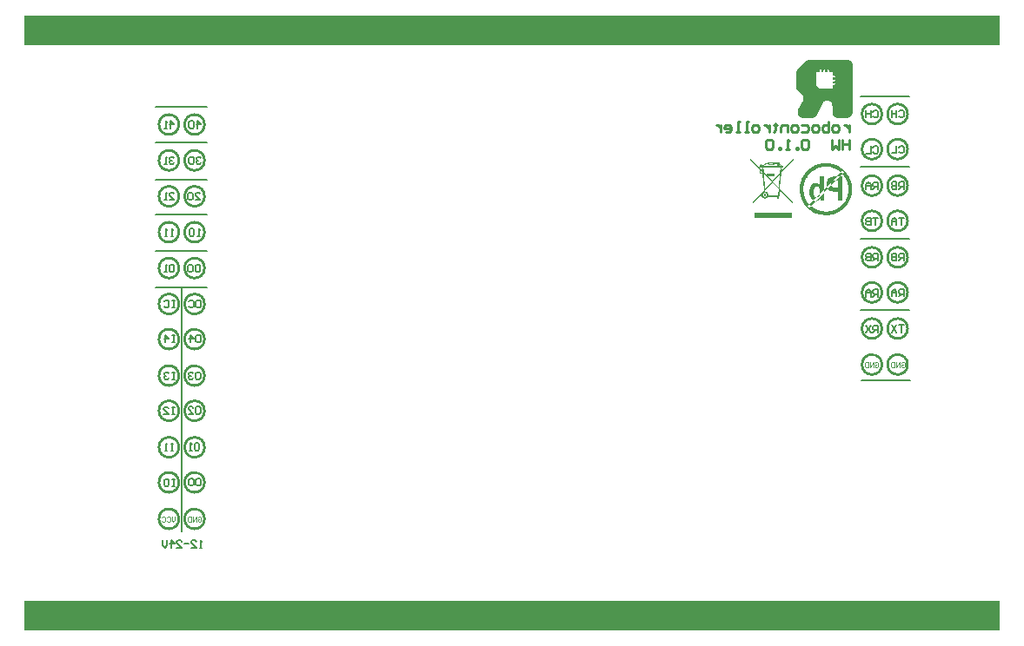
<source format=gbo>
G04*
G04 #@! TF.GenerationSoftware,Altium Limited,Altium Designer,23.1.1 (15)*
G04*
G04 Layer_Color=32896*
%FSLAX25Y25*%
%MOIN*%
G70*
G04*
G04 #@! TF.SameCoordinates,AB512107-65A1-42F9-B056-318A3DCE2635*
G04*
G04*
G04 #@! TF.FilePolarity,Positive*
G04*
G01*
G75*
%ADD10C,0.01000*%
%ADD20C,0.00709*%
%ADD21R,3.74016X0.11811*%
%ADD124C,0.00100*%
%ADD125C,0.00472*%
G36*
X294951Y-55466D02*
X290235Y-60555D01*
X289772Y-66569D01*
X294796Y-71709D01*
X294514Y-71966D01*
X289721Y-67070D01*
X289631Y-68188D01*
X289618Y-68355D01*
X289592Y-68509D01*
Y-68650D01*
X289579Y-68779D01*
X289567Y-68882D01*
Y-68959D01*
Y-69010D01*
Y-69023D01*
Y-69152D01*
X289554Y-69241D01*
Y-69318D01*
X289541Y-69370D01*
Y-69396D01*
X289528Y-69421D01*
Y-69434D01*
X289515Y-69524D01*
X289490Y-69588D01*
X289464Y-69627D01*
X289451Y-69640D01*
X289400Y-69665D01*
X289374Y-69678D01*
X289348Y-69691D01*
Y-70334D01*
X288526D01*
Y-69691D01*
X285146D01*
X285069Y-69807D01*
X284992Y-69910D01*
X284902Y-70000D01*
X284799Y-70064D01*
X284607Y-70192D01*
X284414Y-70269D01*
X284234Y-70308D01*
X284092Y-70334D01*
X284041Y-70346D01*
X283964D01*
X283758Y-70334D01*
X283578Y-70282D01*
X283424Y-70218D01*
X283283Y-70154D01*
X283167Y-70077D01*
X283077Y-70025D01*
X283026Y-69974D01*
X283013Y-69961D01*
X282872Y-69807D01*
X282769Y-69640D01*
X282705Y-69486D01*
X282653Y-69331D01*
X282628Y-69190D01*
X282602Y-69087D01*
Y-69010D01*
Y-68984D01*
Y-68830D01*
X279646Y-72030D01*
X279325Y-71760D01*
X283668Y-67070D01*
X283077Y-60863D01*
X281946D01*
Y-59206D01*
X281998D01*
X278387Y-55518D01*
Y-54927D01*
X282589Y-59206D01*
X282936D01*
X282872Y-58396D01*
X282769Y-58460D01*
X282666Y-58486D01*
X282589Y-58499D01*
X282563D01*
X282461Y-58486D01*
X282371Y-58473D01*
X282294Y-58435D01*
X282229Y-58396D01*
X282178Y-58370D01*
X282126Y-58332D01*
X282114Y-58319D01*
X282101Y-58306D01*
X282036Y-58229D01*
X281985Y-58152D01*
X281959Y-58075D01*
X281934Y-58011D01*
X281921Y-57946D01*
X281908Y-57895D01*
Y-57869D01*
Y-57856D01*
X281921Y-57766D01*
X281934Y-57676D01*
X282011Y-57535D01*
X282049Y-57484D01*
X282075Y-57445D01*
X282101Y-57432D01*
X282114Y-57419D01*
X282191Y-57355D01*
X282268Y-57304D01*
X282345Y-57278D01*
X282409Y-57252D01*
X282473Y-57240D01*
X282525Y-57227D01*
X282563D01*
X282679Y-57240D01*
X282782Y-57278D01*
X282872Y-57329D01*
X282936Y-57381D01*
X283000Y-57432D01*
X283039Y-57471D01*
X283065Y-57497D01*
X283077Y-57509D01*
X283167Y-57407D01*
X283270Y-57317D01*
X283501Y-57150D01*
X283604Y-57085D01*
X283694Y-57034D01*
X283746Y-56995D01*
X283771Y-56982D01*
X283964Y-56893D01*
X284195Y-56803D01*
X284439Y-56738D01*
X284684Y-56687D01*
X284902Y-56648D01*
X284992Y-56636D01*
X285069Y-56623D01*
X285146Y-56610D01*
X285198Y-56597D01*
X285236D01*
Y-56379D01*
X287511D01*
Y-56520D01*
X287768Y-56546D01*
X287883Y-56559D01*
X287986Y-56571D01*
X288076Y-56584D01*
X288140D01*
X288179Y-56597D01*
X288192D01*
X288410Y-56623D01*
X288500Y-56648D01*
X288590Y-56661D01*
X288654Y-56674D01*
X288706D01*
X288744Y-56687D01*
X288757D01*
Y-56623D01*
X289605D01*
Y-56944D01*
X289811Y-57060D01*
X289978Y-57175D01*
X290119Y-57278D01*
X290222Y-57368D01*
X290286Y-57445D01*
X290338Y-57509D01*
X290363Y-57548D01*
X290376Y-57561D01*
X290428Y-57664D01*
X290479Y-57741D01*
X290505Y-57805D01*
X290530Y-57844D01*
X290556Y-57869D01*
Y-57895D01*
X290569Y-57908D01*
X291057D01*
Y-58422D01*
X290428D01*
X290286Y-59861D01*
X294951Y-54811D01*
Y-55466D01*
D02*
G37*
G36*
X294373Y-77799D02*
X279865D01*
Y-75641D01*
X294373D01*
Y-77799D01*
D02*
G37*
G36*
X307723Y-56663D02*
X308098Y-56678D01*
X308817Y-56768D01*
X309162Y-56828D01*
X309477Y-56903D01*
X309792Y-56978D01*
X310062Y-57038D01*
X310316Y-57113D01*
X310556Y-57188D01*
X310751Y-57263D01*
X310931Y-57323D01*
X311066Y-57368D01*
X311156Y-57413D01*
X311231Y-57428D01*
X311246Y-57443D01*
X311905Y-57758D01*
X312220Y-57938D01*
X312520Y-58117D01*
X312805Y-58297D01*
X313060Y-58477D01*
X313314Y-58657D01*
X313539Y-58822D01*
X313734Y-58987D01*
X313914Y-59137D01*
X314079Y-59272D01*
X314214Y-59392D01*
X314319Y-59482D01*
X314394Y-59557D01*
X314439Y-59601D01*
X314454Y-59616D01*
X314948Y-60141D01*
X315158Y-60411D01*
X315368Y-60696D01*
X315563Y-60966D01*
X315743Y-61220D01*
X315908Y-61475D01*
X316043Y-61730D01*
X316178Y-61955D01*
X316297Y-62165D01*
X316387Y-62345D01*
X316462Y-62494D01*
X316537Y-62629D01*
X316582Y-62734D01*
X316597Y-62794D01*
X316612Y-62809D01*
X316747Y-63154D01*
X316867Y-63499D01*
X316972Y-63844D01*
X317062Y-64188D01*
X317197Y-64833D01*
X317257Y-65148D01*
X317287Y-65433D01*
X317332Y-65702D01*
X317347Y-65957D01*
X317362Y-66167D01*
X317377Y-66347D01*
X317392Y-66497D01*
Y-66617D01*
Y-66677D01*
Y-66707D01*
X317377Y-67081D01*
X317362Y-67456D01*
X317272Y-68176D01*
X317212Y-68520D01*
X317152Y-68835D01*
X317077Y-69135D01*
X317002Y-69420D01*
X316927Y-69675D01*
X316852Y-69900D01*
X316792Y-70094D01*
X316732Y-70274D01*
X316687Y-70409D01*
X316642Y-70499D01*
X316627Y-70574D01*
X316612Y-70589D01*
X316297Y-71249D01*
X316118Y-71564D01*
X315953Y-71863D01*
X315773Y-72148D01*
X315593Y-72418D01*
X315413Y-72658D01*
X315233Y-72883D01*
X315083Y-73092D01*
X314933Y-73272D01*
X314798Y-73437D01*
X314679Y-73572D01*
X314589Y-73677D01*
X314514Y-73752D01*
X314469Y-73797D01*
X314454Y-73812D01*
X313914Y-74307D01*
X313644Y-74516D01*
X313374Y-74726D01*
X313105Y-74921D01*
X312835Y-75101D01*
X312580Y-75266D01*
X312340Y-75401D01*
X312115Y-75536D01*
X311905Y-75656D01*
X311725Y-75746D01*
X311561Y-75821D01*
X311441Y-75896D01*
X311336Y-75941D01*
X311276Y-75955D01*
X311261Y-75971D01*
X310916Y-76105D01*
X310571Y-76225D01*
X310226Y-76330D01*
X309882Y-76405D01*
X309222Y-76555D01*
X308907Y-76600D01*
X308623Y-76645D01*
X308353Y-76675D01*
X308098Y-76690D01*
X307888Y-76705D01*
X307708Y-76720D01*
X307558Y-76735D01*
X307348D01*
X306959Y-76720D01*
X306584Y-76705D01*
X305879Y-76615D01*
X305535Y-76555D01*
X305205Y-76495D01*
X304905Y-76420D01*
X304635Y-76345D01*
X304365Y-76285D01*
X304140Y-76210D01*
X303946Y-76150D01*
X303766Y-76090D01*
X303631Y-76046D01*
X303541Y-76000D01*
X303466Y-75985D01*
X303451Y-75971D01*
X302777Y-75656D01*
X302462Y-75476D01*
X302162Y-75311D01*
X301877Y-75131D01*
X301622Y-74951D01*
X301367Y-74771D01*
X301143Y-74591D01*
X300948Y-74441D01*
X300768Y-74292D01*
X300618Y-74157D01*
X300483Y-74037D01*
X300378Y-73947D01*
X300303Y-73872D01*
X300258Y-73827D01*
X300243Y-73812D01*
X299763Y-73272D01*
X299329Y-72718D01*
X299134Y-72448D01*
X298954Y-72178D01*
X298804Y-71923D01*
X298654Y-71683D01*
X298519Y-71459D01*
X298414Y-71249D01*
X298309Y-71069D01*
X298235Y-70904D01*
X298160Y-70784D01*
X298115Y-70679D01*
X298100Y-70619D01*
X298085Y-70604D01*
X297950Y-70259D01*
X297815Y-69915D01*
X297710Y-69570D01*
X297620Y-69225D01*
X297485Y-68565D01*
X297425Y-68266D01*
X297395Y-67966D01*
X297350Y-67696D01*
X297335Y-67456D01*
X297320Y-67246D01*
X297305Y-67052D01*
X297290Y-66917D01*
Y-66797D01*
Y-66737D01*
Y-66707D01*
X297305Y-66317D01*
X297320Y-65942D01*
X297365Y-65567D01*
X297410Y-65223D01*
X297470Y-64878D01*
X297545Y-64563D01*
X297620Y-64248D01*
X297680Y-63978D01*
X297755Y-63724D01*
X297830Y-63499D01*
X297905Y-63289D01*
X297965Y-63124D01*
X298010Y-62989D01*
X298055Y-62884D01*
X298070Y-62824D01*
X298085Y-62809D01*
X298399Y-62150D01*
X298579Y-61835D01*
X298759Y-61535D01*
X298939Y-61265D01*
X299119Y-60996D01*
X299299Y-60756D01*
X299464Y-60531D01*
X299628Y-60321D01*
X299763Y-60141D01*
X299898Y-59991D01*
X300018Y-59856D01*
X300108Y-59751D01*
X300183Y-59676D01*
X300228Y-59631D01*
X300243Y-59616D01*
X300768Y-59122D01*
X301307Y-58687D01*
X301577Y-58507D01*
X301847Y-58327D01*
X302102Y-58162D01*
X302342Y-58012D01*
X302567Y-57878D01*
X302777Y-57773D01*
X302971Y-57668D01*
X303121Y-57593D01*
X303256Y-57518D01*
X303361Y-57473D01*
X303421Y-57458D01*
X303436Y-57443D01*
X303781Y-57308D01*
X304126Y-57173D01*
X304470Y-57068D01*
X304815Y-56978D01*
X305475Y-56843D01*
X305789Y-56783D01*
X306074Y-56753D01*
X306344Y-56708D01*
X306599Y-56693D01*
X306809Y-56678D01*
X306989Y-56663D01*
X307138Y-56648D01*
X307348D01*
X307723Y-56663D01*
D02*
G37*
%LPC*%
G36*
X287087Y-56751D02*
X285634D01*
Y-57111D01*
X287087D01*
Y-56751D01*
D02*
G37*
G36*
X287639Y-56995D02*
X287511D01*
Y-57458D01*
X285236D01*
Y-57034D01*
X285018Y-57073D01*
X284825Y-57111D01*
X284658Y-57150D01*
X284517Y-57188D01*
X284414Y-57214D01*
X284324Y-57240D01*
X284272Y-57265D01*
X284260D01*
X284118Y-57317D01*
X284003Y-57355D01*
X283913Y-57407D01*
X283823Y-57445D01*
X283758Y-57471D01*
X283720Y-57497D01*
X283694Y-57522D01*
X283681D01*
X283604Y-57574D01*
X283553Y-57612D01*
X283463Y-57689D01*
X283424Y-57741D01*
X283412Y-57753D01*
X283360Y-57818D01*
X283334Y-57869D01*
X283309Y-57895D01*
Y-57908D01*
X288757D01*
Y-57162D01*
X288564Y-57111D01*
X288359Y-57073D01*
X288153Y-57047D01*
X287948Y-57021D01*
X287780Y-57008D01*
X287639Y-56995D01*
D02*
G37*
G36*
X289618Y-57458D02*
X289605D01*
Y-57908D01*
X290055D01*
X290042Y-57856D01*
X290003Y-57792D01*
X289978Y-57753D01*
X289965Y-57728D01*
X289914Y-57676D01*
X289862Y-57625D01*
X289746Y-57548D01*
X289695Y-57509D01*
X289644Y-57484D01*
X289618Y-57458D01*
D02*
G37*
G36*
X282371Y-59578D02*
Y-60491D01*
X283026D01*
Y-60259D01*
X282371Y-59578D01*
D02*
G37*
G36*
X289978Y-58422D02*
X283283D01*
X283334Y-59206D01*
X283566D01*
Y-60234D01*
X284722Y-61377D01*
Y-60838D01*
X287562D01*
Y-61788D01*
X285069D01*
X286855Y-63613D01*
X289811Y-60401D01*
X289978Y-58422D01*
D02*
G37*
G36*
X289772Y-61082D02*
X287138Y-63896D01*
X289348Y-66132D01*
X289772Y-61082D01*
D02*
G37*
G36*
X283566Y-60799D02*
Y-60863D01*
X283527D01*
X284015Y-66671D01*
X286598Y-63896D01*
X283566Y-60799D01*
D02*
G37*
G36*
X286881Y-64179D02*
X284067Y-67224D01*
X284105Y-67648D01*
X284298Y-67687D01*
X284478Y-67738D01*
X284632Y-67802D01*
X284761Y-67879D01*
X284863Y-67956D01*
X284941Y-68008D01*
X284992Y-68059D01*
X285005Y-68072D01*
X285121Y-68213D01*
X285210Y-68368D01*
X285262Y-68522D01*
X285313Y-68663D01*
X285339Y-68792D01*
X285352Y-68894D01*
Y-68959D01*
Y-68972D01*
Y-68984D01*
X285339Y-69061D01*
Y-69087D01*
Y-69100D01*
X285326Y-69164D01*
Y-69190D01*
Y-69203D01*
X289091D01*
X289271Y-66671D01*
X286881Y-64179D01*
D02*
G37*
G36*
X284015Y-68239D02*
X283964D01*
X283861Y-68252D01*
X283758Y-68278D01*
X283681Y-68316D01*
X283604Y-68355D01*
X283540Y-68393D01*
X283501Y-68432D01*
X283476Y-68458D01*
X283463Y-68470D01*
X283386Y-68560D01*
X283334Y-68638D01*
X283296Y-68727D01*
X283270Y-68805D01*
X283257Y-68882D01*
X283244Y-68933D01*
Y-68972D01*
Y-68984D01*
X283257Y-69100D01*
X283283Y-69203D01*
X283309Y-69293D01*
X283347Y-69370D01*
X283399Y-69434D01*
X283424Y-69486D01*
X283450Y-69511D01*
X283463Y-69524D01*
X283540Y-69601D01*
X283630Y-69653D01*
X283707Y-69691D01*
X283784Y-69717D01*
X283861Y-69730D01*
X283913Y-69743D01*
X283964D01*
X284080Y-69730D01*
X284183Y-69704D01*
X284272Y-69678D01*
X284349Y-69627D01*
X284414Y-69588D01*
X284465Y-69563D01*
X284491Y-69537D01*
X284504Y-69524D01*
X284581Y-69434D01*
X284632Y-69344D01*
X284671Y-69254D01*
X284697Y-69164D01*
X284709Y-69100D01*
X284722Y-69036D01*
Y-68997D01*
Y-68984D01*
X284709Y-68882D01*
X284684Y-68779D01*
X284645Y-68689D01*
X284607Y-68612D01*
X284568Y-68560D01*
X284529Y-68509D01*
X284504Y-68483D01*
X284491Y-68470D01*
X284401Y-68393D01*
X284311Y-68342D01*
X284221Y-68291D01*
X284131Y-68265D01*
X284067Y-68252D01*
X284015Y-68239D01*
D02*
G37*
%LPD*%
G36*
X284105Y-68573D02*
X284208Y-68612D01*
X284285Y-68650D01*
X284298Y-68676D01*
X284311D01*
X284362Y-68727D01*
X284401Y-68779D01*
X284439Y-68882D01*
X284465Y-68959D01*
Y-68972D01*
Y-68984D01*
X284452Y-69049D01*
X284439Y-69126D01*
X284388Y-69229D01*
X284337Y-69306D01*
X284311Y-69318D01*
Y-69331D01*
X284247Y-69383D01*
X284195Y-69421D01*
X284080Y-69460D01*
X283990Y-69486D01*
X283964D01*
X283823Y-69447D01*
X283707Y-69383D01*
X283630Y-69306D01*
X283578Y-69216D01*
X283553Y-69126D01*
X283527Y-69049D01*
Y-68997D01*
Y-68984D01*
X283553Y-68856D01*
X283591Y-68766D01*
X283630Y-68702D01*
X283656Y-68676D01*
X283758Y-68599D01*
X283861Y-68560D01*
X283938Y-68547D01*
X283964D01*
X284105Y-68573D01*
D02*
G37*
%LPC*%
G36*
X307528Y-58073D02*
X307019D01*
X306689Y-58102D01*
X306074Y-58177D01*
X305774Y-58237D01*
X305490Y-58297D01*
X305235Y-58357D01*
X304995Y-58417D01*
X304770Y-58477D01*
X304575Y-58537D01*
X304395Y-58597D01*
X304245Y-58657D01*
X304140Y-58702D01*
X304051Y-58732D01*
X303991Y-58747D01*
X303976Y-58762D01*
X303406Y-59032D01*
X302881Y-59332D01*
X302642Y-59482D01*
X302417Y-59646D01*
X302207Y-59796D01*
X302012Y-59931D01*
X301847Y-60066D01*
X301697Y-60201D01*
X301562Y-60321D01*
X301442Y-60411D01*
X301367Y-60486D01*
X301292Y-60561D01*
X301262Y-60591D01*
X301248Y-60606D01*
X300843Y-61055D01*
X300468Y-61520D01*
X300153Y-61985D01*
X299898Y-62420D01*
X299779Y-62614D01*
X299689Y-62794D01*
X299599Y-62944D01*
X299524Y-63079D01*
X299479Y-63199D01*
X299434Y-63274D01*
X299419Y-63334D01*
X299404Y-63349D01*
X299284Y-63649D01*
X299179Y-63949D01*
X298999Y-64533D01*
X298879Y-65103D01*
X298834Y-65373D01*
X298804Y-65612D01*
X298774Y-65852D01*
X298744Y-66062D01*
X298729Y-66242D01*
Y-66407D01*
X298714Y-66527D01*
Y-66632D01*
Y-66692D01*
Y-66707D01*
Y-67036D01*
X298744Y-67351D01*
X298819Y-67981D01*
X298879Y-68266D01*
X298939Y-68550D01*
X298999Y-68805D01*
X299059Y-69045D01*
X299119Y-69270D01*
X299179Y-69465D01*
X299239Y-69645D01*
X299299Y-69795D01*
X299344Y-69900D01*
X299374Y-69990D01*
X299389Y-70050D01*
X299404Y-70065D01*
X299674Y-70634D01*
X299988Y-71159D01*
X300138Y-71414D01*
X300288Y-71638D01*
X300438Y-71848D01*
X300588Y-72043D01*
X300723Y-72208D01*
X300843Y-72373D01*
X300949Y-72492D01*
X300333Y-73107D01*
X300933Y-73707D01*
X301542Y-73097D01*
X301248Y-72823D01*
X301233Y-72808D01*
X301203Y-72763D01*
X301143Y-72703D01*
X301053Y-72613D01*
X300963Y-72508D01*
X300949Y-72492D01*
X302414Y-71026D01*
X302477Y-71069D01*
X302762Y-71219D01*
X302911Y-71279D01*
X303061Y-71324D01*
X303241Y-71354D01*
X303284D01*
X306614Y-68019D01*
Y-66827D01*
X305105Y-68336D01*
X305085Y-68506D01*
X305040Y-68775D01*
X304965Y-69030D01*
X304860Y-69255D01*
Y-69270D01*
X304845Y-69285D01*
X304785Y-69375D01*
X304710Y-69480D01*
X304590Y-69615D01*
X304440Y-69735D01*
X304245Y-69855D01*
X304036Y-69915D01*
X303916Y-69930D01*
X303766D01*
X303706Y-69915D01*
X303616Y-69900D01*
X303558Y-69883D01*
X302414Y-71026D01*
X302237Y-70904D01*
X302027Y-70724D01*
X301877Y-70574D01*
X301832Y-70514D01*
X301787Y-70469D01*
X301772Y-70439D01*
X301757Y-70424D01*
X301637Y-70244D01*
X301517Y-70050D01*
X301352Y-69615D01*
X301218Y-69180D01*
X301143Y-68745D01*
X301113Y-68550D01*
X301083Y-68371D01*
X301068Y-68206D01*
Y-68056D01*
X301053Y-67936D01*
Y-67846D01*
Y-67786D01*
Y-67771D01*
Y-67456D01*
X301083Y-67171D01*
X301113Y-66902D01*
X301157Y-66647D01*
X301203Y-66422D01*
X301262Y-66212D01*
X301322Y-66017D01*
X301382Y-65852D01*
X301457Y-65687D01*
X301517Y-65567D01*
X301577Y-65448D01*
X301622Y-65358D01*
X301667Y-65283D01*
X301697Y-65238D01*
X301712Y-65208D01*
X301727Y-65193D01*
X301847Y-65043D01*
X301982Y-64908D01*
X302132Y-64788D01*
X302267Y-64683D01*
X302417Y-64608D01*
X302552Y-64533D01*
X302821Y-64428D01*
X303061Y-64368D01*
X303166Y-64353D01*
X303256Y-64338D01*
X303331Y-64323D01*
X303616D01*
X303781Y-64353D01*
X303946Y-64398D01*
X304096Y-64458D01*
X304380Y-64608D01*
X304620Y-64773D01*
X304830Y-64953D01*
X304980Y-65103D01*
X305025Y-65163D01*
X305070Y-65208D01*
X305085Y-65238D01*
X305100Y-65253D01*
Y-61910D01*
X306614D01*
Y-66827D01*
X307771Y-65669D01*
X307738Y-65492D01*
X307708Y-65268D01*
X307693Y-65058D01*
X307678Y-64908D01*
Y-64848D01*
Y-64803D01*
Y-64773D01*
Y-64758D01*
X307693Y-64368D01*
X307738Y-64024D01*
X307813Y-63709D01*
X307888Y-63454D01*
X307978Y-63244D01*
X308008Y-63154D01*
X308038Y-63079D01*
X308068Y-63019D01*
X308098Y-62974D01*
X308113Y-62959D01*
Y-62944D01*
X308278Y-62704D01*
X308458Y-62524D01*
X308652Y-62360D01*
X308832Y-62240D01*
X308982Y-62150D01*
X309117Y-62090D01*
X309207Y-62060D01*
X309222Y-62045D01*
X309237D01*
X309327Y-62015D01*
X309432Y-62000D01*
X309567Y-61985D01*
X309702Y-61970D01*
X310017Y-61940D01*
X310331Y-61925D01*
X310631Y-61910D01*
X311531D01*
X313146Y-60295D01*
X313479Y-60606D01*
X313494Y-60621D01*
X313524Y-60666D01*
X313584Y-60726D01*
X313674Y-60816D01*
X313737Y-60889D01*
X314334Y-60291D01*
X313749Y-59691D01*
X313146Y-60295D01*
X313030Y-60186D01*
X312550Y-59826D01*
X312085Y-59512D01*
X311666Y-59242D01*
X311471Y-59137D01*
X311291Y-59032D01*
X311126Y-58957D01*
X310991Y-58882D01*
X310871Y-58837D01*
X310796Y-58792D01*
X310736Y-58762D01*
X310721D01*
X310421Y-58642D01*
X310121Y-58537D01*
X309522Y-58357D01*
X308952Y-58237D01*
X308682Y-58192D01*
X308443Y-58162D01*
X308203Y-58132D01*
X307993Y-58102D01*
X307813Y-58087D01*
X307648D01*
X307528Y-58073D01*
D02*
G37*
G36*
X312085Y-63499D02*
X311129D01*
X309362Y-65268D01*
X309372Y-65298D01*
X309402Y-65388D01*
X309432Y-65448D01*
X309447Y-65478D01*
X309462Y-65492D01*
X309537Y-65612D01*
X309627Y-65702D01*
X309717Y-65777D01*
X309792Y-65852D01*
X309867Y-65897D01*
X309927Y-65927D01*
X309957Y-65957D01*
X309972D01*
X310032Y-65987D01*
X310092Y-66002D01*
X310272Y-66032D01*
X310481Y-66062D01*
X310691Y-66077D01*
X310901D01*
X311066Y-66092D01*
X312085D01*
Y-63499D01*
D02*
G37*
G36*
X309507Y-63934D02*
X307771Y-65669D01*
X307783Y-65732D01*
X307843Y-65987D01*
X307918Y-66212D01*
X307933Y-66242D01*
X307963Y-66302D01*
X308023Y-66407D01*
X308098Y-66527D01*
X308101Y-66531D01*
X309362Y-65268D01*
X309342Y-65208D01*
X309327Y-65088D01*
X309297Y-64938D01*
Y-64788D01*
Y-64773D01*
Y-64713D01*
X309312Y-64623D01*
X309327Y-64518D01*
X309342Y-64383D01*
X309387Y-64233D01*
X309432Y-64083D01*
X309507Y-63934D01*
D02*
G37*
G36*
X303946Y-65717D02*
X303841D01*
X303646Y-65732D01*
X303466Y-65792D01*
X303316Y-65867D01*
X303196Y-65942D01*
X303091Y-66032D01*
X303031Y-66107D01*
X302986Y-66167D01*
X302971Y-66182D01*
X302896Y-66287D01*
X302836Y-66392D01*
X302747Y-66647D01*
X302672Y-66932D01*
X302626Y-67201D01*
X302597Y-67456D01*
Y-67561D01*
X302582Y-67651D01*
Y-67741D01*
Y-67801D01*
Y-67831D01*
Y-67846D01*
X302597Y-68056D01*
X302612Y-68251D01*
X302626Y-68416D01*
X302657Y-68581D01*
X302687Y-68730D01*
X302716Y-68850D01*
X302791Y-69075D01*
X302851Y-69240D01*
X302911Y-69345D01*
X302956Y-69420D01*
X302971Y-69435D01*
X303106Y-69600D01*
X303241Y-69720D01*
X303376Y-69810D01*
X303511Y-69870D01*
X303558Y-69883D01*
X305105Y-68336D01*
X305115Y-68251D01*
X305145Y-68026D01*
Y-67921D01*
X305160Y-67831D01*
Y-67771D01*
Y-67711D01*
Y-67681D01*
Y-67666D01*
X305145Y-67321D01*
X305100Y-67022D01*
X305025Y-66767D01*
X304950Y-66557D01*
X304875Y-66392D01*
X304800Y-66272D01*
X304755Y-66212D01*
X304740Y-66182D01*
X304620Y-66032D01*
X304485Y-65912D01*
X304335Y-65837D01*
X304186Y-65777D01*
X304051Y-65747D01*
X303946Y-65717D01*
D02*
G37*
G36*
X313737Y-60889D02*
X312717Y-61910D01*
X311531D01*
X309612Y-63829D01*
X309687Y-63769D01*
X309792Y-63709D01*
X309912Y-63649D01*
X310047Y-63589D01*
X310196Y-63544D01*
X310226Y-63529D01*
X310301Y-63514D01*
X310436Y-63499D01*
X311129D01*
X312717Y-61910D01*
X313674D01*
Y-71189D01*
X312085D01*
Y-67666D01*
X310646D01*
X310466Y-67651D01*
X310301D01*
X310152Y-67636D01*
X310017Y-67621D01*
X309777Y-67606D01*
X309612Y-67576D01*
X309492Y-67561D01*
X309417Y-67546D01*
X309402D01*
X309222Y-67486D01*
X309057Y-67426D01*
X308922Y-67351D01*
X308802Y-67276D01*
X308713Y-67216D01*
X308637Y-67156D01*
X308593Y-67126D01*
X308578Y-67111D01*
X308428Y-66961D01*
X308308Y-66812D01*
X308188Y-66662D01*
X308101Y-66531D01*
X306614Y-68019D01*
Y-71189D01*
X305205D01*
Y-70199D01*
X305055Y-70409D01*
X304920Y-70574D01*
X304785Y-70724D01*
X304665Y-70844D01*
X304545Y-70934D01*
X304470Y-71009D01*
X304410Y-71039D01*
X304395Y-71054D01*
X304216Y-71159D01*
X304036Y-71234D01*
X303871Y-71279D01*
X303721Y-71309D01*
X303586Y-71339D01*
X303496Y-71354D01*
X303284D01*
X301542Y-73097D01*
X301697Y-73242D01*
X302147Y-73602D01*
X302612Y-73917D01*
X303031Y-74187D01*
X303226Y-74292D01*
X303406Y-74397D01*
X303571Y-74471D01*
X303706Y-74546D01*
X303826Y-74591D01*
X303901Y-74636D01*
X303961Y-74651D01*
X303976Y-74666D01*
X304275Y-74786D01*
X304575Y-74876D01*
X305175Y-75041D01*
X305745Y-75161D01*
X306014Y-75206D01*
X306254Y-75236D01*
X306494Y-75266D01*
X306704Y-75296D01*
X306884Y-75311D01*
X307049D01*
X307169Y-75326D01*
X307348D01*
X307678Y-75311D01*
X308008Y-75296D01*
X308623Y-75221D01*
X308922Y-75176D01*
X309192Y-75116D01*
X309462Y-75056D01*
X309702Y-74996D01*
X309927Y-74936D01*
X310121Y-74876D01*
X310301Y-74816D01*
X310451Y-74771D01*
X310556Y-74726D01*
X310646Y-74696D01*
X310706Y-74666D01*
X310721D01*
X311291Y-74397D01*
X311815Y-74097D01*
X312070Y-73947D01*
X312295Y-73782D01*
X312505Y-73632D01*
X312700Y-73497D01*
X312865Y-73347D01*
X313030Y-73227D01*
X313164Y-73107D01*
X313269Y-73018D01*
X313359Y-72928D01*
X313419Y-72868D01*
X313464Y-72838D01*
X313479Y-72823D01*
X313884Y-72373D01*
X314259Y-71893D01*
X314559Y-71429D01*
X314828Y-71009D01*
X314933Y-70814D01*
X315038Y-70634D01*
X315113Y-70469D01*
X315188Y-70334D01*
X315233Y-70214D01*
X315278Y-70139D01*
X315293Y-70079D01*
X315308Y-70065D01*
X315428Y-69765D01*
X315518Y-69465D01*
X315683Y-68865D01*
X315803Y-68311D01*
X315848Y-68041D01*
X315878Y-67786D01*
X315908Y-67561D01*
X315938Y-67351D01*
X315953Y-67171D01*
Y-67006D01*
X315968Y-66887D01*
Y-66782D01*
Y-66722D01*
Y-66707D01*
X315953Y-66377D01*
X315938Y-66047D01*
X315863Y-65433D01*
X315818Y-65133D01*
X315758Y-64863D01*
X315698Y-64593D01*
X315638Y-64353D01*
X315578Y-64143D01*
X315518Y-63934D01*
X315458Y-63769D01*
X315413Y-63619D01*
X315368Y-63499D01*
X315338Y-63424D01*
X315308Y-63364D01*
Y-63349D01*
X315038Y-62779D01*
X314738Y-62255D01*
X314589Y-62015D01*
X314439Y-61790D01*
X314289Y-61580D01*
X314139Y-61385D01*
X314004Y-61205D01*
X313884Y-61055D01*
X313764Y-60921D01*
X313737Y-60889D01*
D02*
G37*
%LPD*%
D10*
X338671Y-120235D02*
G03*
X338671Y-120235I-3828J0D01*
G01*
Y-134077D02*
G03*
X338671Y-134077I-3828J0D01*
G01*
X328829D02*
G03*
X328829Y-134077I-3828J0D01*
G01*
Y-120235D02*
G03*
X328829Y-120235I-3828J0D01*
G01*
Y-106394D02*
G03*
X328829Y-106394I-3828J0D01*
G01*
X338671D02*
G03*
X338671Y-106394I-3828J0D01*
G01*
X328829Y-92894D02*
G03*
X328829Y-92894I-3828J0D01*
G01*
X338671D02*
G03*
X338671Y-92894I-3828J0D01*
G01*
X328829Y-78894D02*
G03*
X328829Y-78894I-3828J0D01*
G01*
X338671D02*
G03*
X338671Y-78894I-3828J0D01*
G01*
X328829Y-65394D02*
G03*
X328829Y-65394I-3828J0D01*
G01*
X338671D02*
G03*
X338671Y-65394I-3828J0D01*
G01*
X328829Y-51394D02*
G03*
X328829Y-51394I-3828J0D01*
G01*
X338671D02*
G03*
X338671Y-51394I-3828J0D01*
G01*
Y-37894D02*
G03*
X338671Y-37894I-3828J0D01*
G01*
X328829D02*
G03*
X328829Y-37894I-3828J0D01*
G01*
X59242Y-41929D02*
G03*
X59242Y-41929I-3828J0D01*
G01*
X69084D02*
G03*
X69084Y-41929I-3828J0D01*
G01*
X59242Y-55709D02*
G03*
X59242Y-55709I-3828J0D01*
G01*
X69084D02*
G03*
X69084Y-55709I-3828J0D01*
G01*
X59242Y-69488D02*
G03*
X59242Y-69488I-3828J0D01*
G01*
X69084D02*
G03*
X69084Y-69488I-3828J0D01*
G01*
X59242Y-83268D02*
G03*
X59242Y-83268I-3828J0D01*
G01*
X69084D02*
G03*
X69084Y-83268I-3828J0D01*
G01*
X59242Y-97047D02*
G03*
X59242Y-97047I-3828J0D01*
G01*
X69084D02*
G03*
X69084Y-97047I-3828J0D01*
G01*
X59242Y-110827D02*
G03*
X59242Y-110827I-3828J0D01*
G01*
X69084D02*
G03*
X69084Y-110827I-3828J0D01*
G01*
Y-124327D02*
G03*
X69084Y-124327I-3828J0D01*
G01*
X59242D02*
G03*
X59242Y-124327I-3828J0D01*
G01*
X69084Y-138327D02*
G03*
X69084Y-138327I-3828J0D01*
G01*
X59242D02*
G03*
X59242Y-138327I-3828J0D01*
G01*
X69084Y-151827D02*
G03*
X69084Y-151827I-3828J0D01*
G01*
X59242D02*
G03*
X59242Y-151827I-3828J0D01*
G01*
X69084Y-165827D02*
G03*
X69084Y-165827I-3828J0D01*
G01*
X59242D02*
G03*
X59242Y-165827I-3828J0D01*
G01*
X69084Y-179327D02*
G03*
X69084Y-179327I-3828J0D01*
G01*
X59242D02*
G03*
X59242Y-179327I-3828J0D01*
G01*
X69084Y-193327D02*
G03*
X69084Y-193327I-3828J0D01*
G01*
X59242D02*
G03*
X59242Y-193327I-3828J0D01*
G01*
X316339Y-42258D02*
Y-44882D01*
Y-43570D01*
X315683Y-42914D01*
X315027Y-42258D01*
X314371D01*
X311747Y-44882D02*
X310435D01*
X309779Y-44226D01*
Y-42914D01*
X310435Y-42258D01*
X311747D01*
X312403Y-42914D01*
Y-44226D01*
X311747Y-44882D01*
X308467Y-40946D02*
Y-44882D01*
X306499D01*
X305843Y-44226D01*
Y-43570D01*
Y-42914D01*
X306499Y-42258D01*
X308467D01*
X303875Y-44882D02*
X302564D01*
X301907Y-44226D01*
Y-42914D01*
X302564Y-42258D01*
X303875D01*
X304531Y-42914D01*
Y-44226D01*
X303875Y-44882D01*
X297972Y-42258D02*
X299940D01*
X300596Y-42914D01*
Y-44226D01*
X299940Y-44882D01*
X297972D01*
X296004D02*
X294692D01*
X294036Y-44226D01*
Y-42914D01*
X294692Y-42258D01*
X296004D01*
X296660Y-42914D01*
Y-44226D01*
X296004Y-44882D01*
X292724D02*
Y-42258D01*
X290756D01*
X290100Y-42914D01*
Y-44882D01*
X288132Y-41602D02*
Y-42258D01*
X288788D01*
X287476D01*
X288132D01*
Y-44226D01*
X287476Y-44882D01*
X285509Y-42258D02*
Y-44882D01*
Y-43570D01*
X284853Y-42914D01*
X284197Y-42258D01*
X283541D01*
X280917Y-44882D02*
X279605D01*
X278949Y-44226D01*
Y-42914D01*
X279605Y-42258D01*
X280917D01*
X281573Y-42914D01*
Y-44226D01*
X280917Y-44882D01*
X277637D02*
X276325D01*
X276981D01*
Y-40946D01*
X277637D01*
X274357Y-44882D02*
X273045D01*
X273701D01*
Y-40946D01*
X274357D01*
X269110Y-44882D02*
X270422D01*
X271078Y-44226D01*
Y-42914D01*
X270422Y-42258D01*
X269110D01*
X268454Y-42914D01*
Y-43570D01*
X271078D01*
X267142Y-42258D02*
Y-44882D01*
Y-43570D01*
X266486Y-42914D01*
X265830Y-42258D01*
X265174D01*
X316339Y-47639D02*
Y-51575D01*
Y-49607D01*
X313715D01*
Y-47639D01*
Y-51575D01*
X312403Y-47639D02*
Y-51575D01*
X311091Y-50263D01*
X309779Y-51575D01*
Y-47639D01*
X300596Y-48295D02*
X299940Y-47639D01*
X298628D01*
X297972Y-48295D01*
Y-50919D01*
X298628Y-51575D01*
X299940D01*
X300596Y-50919D01*
Y-48295D01*
X296660Y-51575D02*
Y-50919D01*
X296004D01*
Y-51575D01*
X296660D01*
X293380D02*
X292068D01*
X292724D01*
Y-47639D01*
X293380Y-48295D01*
X290100Y-51575D02*
Y-50919D01*
X289444D01*
Y-51575D01*
X290100D01*
X286821Y-48295D02*
X286165Y-47639D01*
X284853D01*
X284197Y-48295D01*
Y-50919D01*
X284853Y-51575D01*
X286165D01*
X286821Y-50919D01*
Y-48295D01*
D20*
X321041Y-140125D02*
X339741D01*
X320768Y-113189D02*
X339469D01*
X320768Y-85630D02*
X339469D01*
X320768Y-58071D02*
X339469D01*
X320768Y-31201D02*
X339469D01*
X60236Y-104331D02*
X70079D01*
X50394D02*
X60236D01*
Y-198031D02*
Y-104331D01*
X50394Y-90551D02*
X60236D01*
X70079D01*
X50394Y-76378D02*
X60236D01*
X70079D01*
X50394Y-62992D02*
X60236D01*
X70079D01*
X50394Y-48819D02*
X60236D01*
X70079D01*
X50394Y-35039D02*
X60236D01*
X70079D01*
X327309Y-121735D02*
Y-118980D01*
X325932D01*
X325473Y-119439D01*
Y-120358D01*
X325932Y-120817D01*
X327309D01*
X326391D02*
X325473Y-121735D01*
X324554Y-118980D02*
X322718Y-121735D01*
Y-118980D02*
X324554Y-121735D01*
X327309Y-107994D02*
Y-105239D01*
X325932D01*
X325473Y-105699D01*
Y-106617D01*
X325932Y-107076D01*
X327309D01*
X326391D02*
X325473Y-107994D01*
X324554D02*
Y-106158D01*
X323636Y-105239D01*
X322718Y-106158D01*
Y-107994D01*
Y-106617D01*
X324554D01*
X327309Y-94254D02*
Y-91499D01*
X325932D01*
X325473Y-91958D01*
Y-92876D01*
X325932Y-93336D01*
X327309D01*
X326391D02*
X325473Y-94254D01*
X324554Y-91499D02*
Y-94254D01*
X323177D01*
X322718Y-93795D01*
Y-93336D01*
X323177Y-92876D01*
X324554D01*
X323177D01*
X322718Y-92417D01*
Y-91958D01*
X323177Y-91499D01*
X324554D01*
X327309Y-77759D02*
X325473D01*
X326391D01*
Y-80514D01*
X324554Y-77759D02*
Y-80514D01*
X323177D01*
X322718Y-80054D01*
Y-79595D01*
X323177Y-79136D01*
X324554D01*
X323177D01*
X322718Y-78677D01*
Y-78218D01*
X323177Y-77759D01*
X324554D01*
X327309Y-66773D02*
Y-64018D01*
X325932D01*
X325473Y-64477D01*
Y-65396D01*
X325932Y-65855D01*
X327309D01*
X326391D02*
X325473Y-66773D01*
X324554D02*
Y-64936D01*
X323636Y-64018D01*
X322718Y-64936D01*
Y-66773D01*
Y-65396D01*
X324554D01*
X325473Y-50737D02*
X325932Y-50278D01*
X326850D01*
X327309Y-50737D01*
Y-52573D01*
X326850Y-53033D01*
X325932D01*
X325473Y-52573D01*
X324554Y-50278D02*
Y-53033D01*
X322718D01*
X325473Y-36996D02*
X325932Y-36537D01*
X326850D01*
X327309Y-36996D01*
Y-38833D01*
X326850Y-39292D01*
X325932D01*
X325473Y-38833D01*
X324554Y-36537D02*
Y-39292D01*
Y-37915D01*
X322718D01*
Y-36537D01*
Y-39292D01*
X337210Y-118880D02*
X335373D01*
X336291D01*
Y-121635D01*
X334454Y-118880D02*
X332618Y-121635D01*
Y-118880D02*
X334454Y-121635D01*
X337210Y-107895D02*
Y-105140D01*
X335832D01*
X335373Y-105599D01*
Y-106517D01*
X335832Y-106976D01*
X337210D01*
X336291D02*
X335373Y-107895D01*
X334454D02*
Y-106058D01*
X333536Y-105140D01*
X332618Y-106058D01*
Y-107895D01*
Y-106517D01*
X334454D01*
X337210Y-94154D02*
Y-91399D01*
X335832D01*
X335373Y-91858D01*
Y-92777D01*
X335832Y-93236D01*
X337210D01*
X336291D02*
X335373Y-94154D01*
X334454Y-91399D02*
Y-94154D01*
X333077D01*
X332618Y-93695D01*
Y-93236D01*
X333077Y-92777D01*
X334454D01*
X333077D01*
X332618Y-92317D01*
Y-91858D01*
X333077Y-91399D01*
X334454D01*
X337210Y-77659D02*
X335373D01*
X336291D01*
Y-80414D01*
X334454D02*
Y-78577D01*
X333536Y-77659D01*
X332618Y-78577D01*
Y-80414D01*
Y-79036D01*
X334454D01*
X337210Y-66673D02*
Y-63918D01*
X335832D01*
X335373Y-64377D01*
Y-65296D01*
X335832Y-65755D01*
X337210D01*
X336291D02*
X335373Y-66673D01*
X334454Y-63918D02*
Y-66673D01*
X333077D01*
X332618Y-66214D01*
Y-65755D01*
X333077Y-65296D01*
X334454D01*
X333077D01*
X332618Y-64836D01*
Y-64377D01*
X333077Y-63918D01*
X334454D01*
X335373Y-50637D02*
X335832Y-50178D01*
X336750D01*
X337210Y-50637D01*
Y-52473D01*
X336750Y-52933D01*
X335832D01*
X335373Y-52473D01*
X334454Y-50178D02*
Y-52933D01*
X332618D01*
X335373Y-36896D02*
X335832Y-36437D01*
X336750D01*
X337210Y-36896D01*
Y-38733D01*
X336750Y-39192D01*
X335832D01*
X335373Y-38733D01*
X334454Y-36437D02*
Y-39192D01*
Y-37815D01*
X332618D01*
Y-36437D01*
Y-39192D01*
X56103Y-43307D02*
Y-40552D01*
X57480Y-41930D01*
X55644D01*
X54725Y-43307D02*
X53807D01*
X54266D01*
Y-40552D01*
X54725Y-41011D01*
X66339Y-43307D02*
Y-40552D01*
X67716Y-41930D01*
X65880D01*
X64961Y-41011D02*
X64502Y-40552D01*
X63584D01*
X63125Y-41011D01*
Y-42848D01*
X63584Y-43307D01*
X64502D01*
X64961Y-42848D01*
Y-41011D01*
X57480Y-54791D02*
X57021Y-54332D01*
X56103D01*
X55644Y-54791D01*
Y-55250D01*
X56103Y-55709D01*
X56562D01*
X56103D01*
X55644Y-56168D01*
Y-56627D01*
X56103Y-57087D01*
X57021D01*
X57480Y-56627D01*
X54725Y-57087D02*
X53807D01*
X54266D01*
Y-54332D01*
X54725Y-54791D01*
X67716D02*
X67257Y-54332D01*
X66339D01*
X65880Y-54791D01*
Y-55250D01*
X66339Y-55709D01*
X66798D01*
X66339D01*
X65880Y-56168D01*
Y-56627D01*
X66339Y-57087D01*
X67257D01*
X67716Y-56627D01*
X64961Y-54791D02*
X64502Y-54332D01*
X63584D01*
X63125Y-54791D01*
Y-56627D01*
X63584Y-57087D01*
X64502D01*
X64961Y-56627D01*
Y-54791D01*
X55644Y-70866D02*
X57480D01*
X55644Y-69029D01*
Y-68570D01*
X56103Y-68111D01*
X57021D01*
X57480Y-68570D01*
X54725Y-70866D02*
X53807D01*
X54266D01*
Y-68111D01*
X54725Y-68570D01*
X65486Y-70866D02*
X67323D01*
X65486Y-69029D01*
Y-68570D01*
X65945Y-68111D01*
X66864D01*
X67323Y-68570D01*
X64568D02*
X64109Y-68111D01*
X63190D01*
X62731Y-68570D01*
Y-70407D01*
X63190Y-70866D01*
X64109D01*
X64568Y-70407D01*
Y-68570D01*
X57087Y-84646D02*
X56168D01*
X56627D01*
Y-81891D01*
X57087Y-82350D01*
X54791Y-84646D02*
X53872D01*
X54332D01*
Y-81891D01*
X54791Y-82350D01*
X67323Y-84646D02*
X66404D01*
X66864D01*
Y-81891D01*
X67323Y-82350D01*
X65027D02*
X64568Y-81891D01*
X63649D01*
X63190Y-82350D01*
Y-84187D01*
X63649Y-84646D01*
X64568D01*
X65027Y-84187D01*
Y-82350D01*
X57480Y-96129D02*
X57021Y-95670D01*
X56103D01*
X55644Y-96129D01*
Y-97966D01*
X56103Y-98425D01*
X57021D01*
X57480Y-97966D01*
Y-96129D01*
X54725Y-98425D02*
X53807D01*
X54266D01*
Y-95670D01*
X54725Y-96129D01*
X67323D02*
X66864Y-95670D01*
X65945D01*
X65486Y-96129D01*
Y-97966D01*
X65945Y-98425D01*
X66864D01*
X67323Y-97966D01*
Y-96129D01*
X64568D02*
X64109Y-95670D01*
X63190D01*
X62731Y-96129D01*
Y-97966D01*
X63190Y-98425D01*
X64109D01*
X64568Y-97966D01*
Y-96129D01*
X66245Y-109370D02*
X67164D01*
X67623Y-109829D01*
Y-111666D01*
X67164Y-112125D01*
X66245D01*
X65786Y-111666D01*
Y-109829D01*
X66245Y-109370D01*
X63031Y-109829D02*
X63490Y-109370D01*
X64409D01*
X64868Y-109829D01*
Y-111666D01*
X64409Y-112125D01*
X63490D01*
X63031Y-111666D01*
X57623Y-109470D02*
X56704D01*
X57164D01*
Y-112225D01*
X57623D01*
X56704D01*
X53490Y-109929D02*
X53949Y-109470D01*
X54868D01*
X55327Y-109929D01*
Y-111766D01*
X54868Y-112225D01*
X53949D01*
X53490Y-111766D01*
X66245Y-122770D02*
X67164D01*
X67623Y-123229D01*
Y-125066D01*
X67164Y-125525D01*
X66245D01*
X65786Y-125066D01*
Y-123229D01*
X66245Y-122770D01*
X63490Y-125525D02*
Y-122770D01*
X64868Y-124148D01*
X63031D01*
X57723Y-122870D02*
X56805D01*
X57264D01*
Y-125625D01*
X57723D01*
X56805D01*
X54049D02*
Y-122870D01*
X55427Y-124248D01*
X53590D01*
X57623Y-136970D02*
X56704D01*
X57164D01*
Y-139725D01*
X57623D01*
X56704D01*
X55327Y-137429D02*
X54868Y-136970D01*
X53949D01*
X53490Y-137429D01*
Y-137889D01*
X53949Y-138348D01*
X54409D01*
X53949D01*
X53490Y-138807D01*
Y-139266D01*
X53949Y-139725D01*
X54868D01*
X55327Y-139266D01*
X66145Y-136970D02*
X67064D01*
X67523Y-137429D01*
Y-139266D01*
X67064Y-139725D01*
X66145D01*
X65686Y-139266D01*
Y-137429D01*
X66145Y-136970D01*
X64768Y-137429D02*
X64309Y-136970D01*
X63390D01*
X62931Y-137429D01*
Y-137889D01*
X63390Y-138348D01*
X63850D01*
X63390D01*
X62931Y-138807D01*
Y-139266D01*
X63390Y-139725D01*
X64309D01*
X64768Y-139266D01*
X66145Y-150270D02*
X67064D01*
X67523Y-150729D01*
Y-152566D01*
X67064Y-153025D01*
X66145D01*
X65686Y-152566D01*
Y-150729D01*
X66145Y-150270D01*
X62931Y-153025D02*
X64768D01*
X62931Y-151189D01*
Y-150729D01*
X63390Y-150270D01*
X64309D01*
X64768Y-150729D01*
X57523Y-150370D02*
X56604D01*
X57064D01*
Y-153125D01*
X57523D01*
X56604D01*
X53390D02*
X55227D01*
X53390Y-151288D01*
Y-150829D01*
X53850Y-150370D01*
X54768D01*
X55227Y-150829D01*
X65623Y-164245D02*
X66541D01*
X67000Y-164704D01*
Y-166541D01*
X66541Y-167000D01*
X65623D01*
X65163Y-166541D01*
Y-164704D01*
X65623Y-164245D01*
X64245Y-167000D02*
X63327D01*
X63786D01*
Y-164245D01*
X64245Y-164704D01*
X57100Y-164445D02*
X56182D01*
X56641D01*
Y-167200D01*
X57100D01*
X56182D01*
X54804D02*
X53886D01*
X54345D01*
Y-164445D01*
X54804Y-164904D01*
X66245Y-177870D02*
X67164D01*
X67623Y-178329D01*
Y-180166D01*
X67164Y-180625D01*
X66245D01*
X65786Y-180166D01*
Y-178329D01*
X66245Y-177870D01*
X64868Y-178329D02*
X64409Y-177870D01*
X63490D01*
X63031Y-178329D01*
Y-180166D01*
X63490Y-180625D01*
X64409D01*
X64868Y-180166D01*
Y-178329D01*
X57623Y-177970D02*
X56704D01*
X57164D01*
Y-180725D01*
X57623D01*
X56704D01*
X55327Y-178429D02*
X54868Y-177970D01*
X53949D01*
X53490Y-178429D01*
Y-180266D01*
X53949Y-180725D01*
X54868D01*
X55327Y-180266D01*
Y-178429D01*
X68110Y-204331D02*
X67192D01*
X67651D01*
Y-201576D01*
X68110Y-202035D01*
X63978Y-204331D02*
X65814D01*
X63978Y-202494D01*
Y-202035D01*
X64437Y-201576D01*
X65355D01*
X65814Y-202035D01*
X63059Y-202953D02*
X61223D01*
X58468Y-204331D02*
X60304D01*
X58468Y-202494D01*
Y-202035D01*
X58927Y-201576D01*
X59845D01*
X60304Y-202035D01*
X56172Y-204331D02*
Y-201576D01*
X57549Y-202953D01*
X55713D01*
X54794Y-201576D02*
Y-203412D01*
X53876Y-204331D01*
X52958Y-203412D01*
Y-201576D01*
D21*
X187008Y-5906D02*
D03*
Y-230315D02*
D03*
D124*
X298085Y-39002D02*
X302285D01*
X297785Y-38902D02*
X302585D01*
X297585Y-38802D02*
X302785D01*
X297385Y-38702D02*
X302985D01*
X297285Y-38602D02*
X303085D01*
X297185Y-38502D02*
X303185D01*
X297085Y-38402D02*
X303285D01*
X296985Y-38302D02*
X303385D01*
X296885Y-38202D02*
X303485D01*
X296885Y-38102D02*
X303485D01*
X296785Y-38002D02*
X303585D01*
X296685Y-37802D02*
X303685D01*
X296685Y-37702D02*
X303685D01*
X296585Y-37602D02*
X303785D01*
X296585Y-37502D02*
X303785D01*
X296785Y-37902D02*
X303685D01*
X296585Y-37302D02*
X303885D01*
X296585Y-37402D02*
X303885D01*
X296585Y-37202D02*
X303985D01*
X296585Y-37102D02*
X303985D01*
X296585Y-37002D02*
X304085D01*
X296585Y-36902D02*
X304085D01*
X296585Y-36802D02*
X304185D01*
X296585Y-36702D02*
X304185D01*
X296585Y-36602D02*
X304285D01*
X296585Y-36502D02*
X304285D01*
X296585Y-36402D02*
X304385D01*
X296685Y-36302D02*
X304385D01*
X296685Y-36202D02*
X304485D01*
X296685Y-36102D02*
X304485D01*
X296785Y-36002D02*
X304585D01*
X296785Y-35902D02*
X304585D01*
X296885Y-35802D02*
X304685D01*
X295885Y-24802D02*
X303285D01*
X295885Y-25502D02*
X303285D01*
X295885Y-25002D02*
X303285D01*
X295885Y-25602D02*
X303285D01*
X295885Y-25702D02*
X303285D01*
X295885Y-24502D02*
X303285D01*
X295885Y-24402D02*
X303285D01*
X295885Y-24902D02*
X303285D01*
X295885Y-24602D02*
X303285D01*
X295885Y-24702D02*
X303285D01*
X295885Y-25402D02*
X303285D01*
X295885Y-25302D02*
X303285D01*
X295885Y-26502D02*
X303285D01*
X295885Y-26402D02*
X303285D01*
X295885Y-26302D02*
X303285D01*
X295885Y-26202D02*
X303285D01*
X295885Y-26102D02*
X303285D01*
X295885Y-26002D02*
X303285D01*
X295885Y-24302D02*
X303285D01*
X295885Y-25902D02*
X303285D01*
X295885Y-25802D02*
X303285D01*
X295885Y-25202D02*
X303285D01*
X295885Y-25102D02*
X303285D01*
X295885Y-24202D02*
X303285D01*
X295885Y-24102D02*
X303285D01*
X295885Y-26702D02*
X303385D01*
X295885Y-26602D02*
X303385D01*
X295885Y-26802D02*
X303385D01*
X295885Y-26902D02*
X303385D01*
X295885Y-27102D02*
X303485D01*
X295885Y-24002D02*
X303285D01*
X295885Y-23902D02*
X303285D01*
X295885Y-23802D02*
X303285D01*
X295885Y-23702D02*
X303285D01*
X295885Y-23602D02*
X303285D01*
X295885Y-23502D02*
X303285D01*
X295885Y-23402D02*
X303285D01*
X295885Y-23302D02*
X303285D01*
X295885Y-23202D02*
X303285D01*
X295885Y-23102D02*
X303285D01*
X295885Y-23002D02*
X303285D01*
X295885Y-22902D02*
X303285D01*
X295885Y-22802D02*
X303285D01*
X295885Y-22702D02*
X303285D01*
X295885Y-22602D02*
X303285D01*
X295885Y-22502D02*
X303285D01*
X295885Y-22402D02*
X303285D01*
X295885Y-22302D02*
X303285D01*
X295885Y-22202D02*
X303285D01*
X295885Y-22102D02*
X303285D01*
X295985Y-22002D02*
X303285D01*
X295985Y-21902D02*
X303285D01*
X295985Y-21802D02*
X303285D01*
X295985Y-21702D02*
X303285D01*
X295985Y-21602D02*
X303285D01*
X296085Y-21502D02*
X303285D01*
X296985Y-35602D02*
X304685D01*
X296985Y-35702D02*
X304685D01*
X297085Y-35502D02*
X304785D01*
X297085Y-35402D02*
X304785D01*
X297185Y-35202D02*
X304885D01*
X297185Y-35302D02*
X304885D01*
X297285Y-35002D02*
X304985D01*
X297285Y-35102D02*
X304985D01*
X297385Y-34802D02*
X305085D01*
X297385Y-34902D02*
X305085D01*
X297485Y-34702D02*
X305185D01*
X297585Y-34602D02*
X305185D01*
X297585Y-34502D02*
X305285D01*
X297685Y-34402D02*
X305285D01*
X297685Y-34302D02*
X305385D01*
X297785Y-34202D02*
X305385D01*
X297785Y-34102D02*
X305485D01*
X297885Y-34002D02*
X305485D01*
X297885Y-33902D02*
X305585D01*
X297985Y-33802D02*
X305585D01*
X297985Y-33702D02*
X305685D01*
X298085Y-33602D02*
X305685D01*
X298085Y-33502D02*
X305785D01*
X298185Y-33402D02*
X305785D01*
X298285Y-33302D02*
X305885D01*
X298285Y-33202D02*
X305985D01*
X298385Y-33102D02*
X305985D01*
X298385Y-33002D02*
X306085D01*
X298485Y-32902D02*
X306285D01*
X298485Y-32802D02*
X306385D01*
X298585Y-32702D02*
X306585D01*
X298585Y-32602D02*
X306785D01*
X295885Y-27002D02*
X303485D01*
X295885Y-27302D02*
X303585D01*
X295885Y-27202D02*
X303585D01*
X295985Y-27402D02*
X303685D01*
X295985Y-27502D02*
X303785D01*
X295985Y-27602D02*
X303885D01*
X295985Y-27702D02*
X303985D01*
X295985Y-27802D02*
X304085D01*
X296085Y-27902D02*
X304285D01*
X296085Y-28002D02*
X304585D01*
X296085Y-21402D02*
X304685D01*
X296185Y-21302D02*
X304685D01*
X296185Y-21202D02*
X304685D01*
X296285Y-21102D02*
X304685D01*
X296385Y-21002D02*
X304685D01*
X296385Y-20902D02*
X304685D01*
X296485Y-20802D02*
X304685D01*
X296585Y-20702D02*
X304785D01*
X296685Y-20602D02*
X304785D01*
X296785Y-20502D02*
X304885D01*
X298685Y-32502D02*
X307085D01*
X305485Y-20602D02*
X306185D01*
X305385Y-20502D02*
X306285D01*
X305585Y-20702D02*
X306185D01*
X305685Y-21002D02*
X306085D01*
X305685Y-21102D02*
X306085D01*
X305685Y-21202D02*
X306085D01*
X305685Y-21302D02*
X306085D01*
X305685Y-21402D02*
X306085D01*
X305685Y-20902D02*
X306085D01*
X305685Y-20802D02*
X306085D01*
X296085Y-28102D02*
X317285D01*
X309885Y-37602D02*
X317185D01*
X309885Y-37502D02*
X317185D01*
X310085Y-38002D02*
X316985D01*
X309985Y-37902D02*
X317085D01*
X309985Y-37802D02*
X317085D01*
X309985Y-37702D02*
X317085D01*
X310185Y-38202D02*
X316885D01*
X310585Y-38602D02*
X316485D01*
X310685Y-38702D02*
X316385D01*
X311085Y-38902D02*
X315985D01*
X311385Y-39002D02*
X315685D01*
X309885Y-37402D02*
X317185D01*
X310885Y-38802D02*
X316185D01*
X309885Y-37302D02*
X317185D01*
X310485Y-38502D02*
X316585D01*
X310385Y-38402D02*
X316685D01*
X310285Y-38302D02*
X316785D01*
X310185Y-38102D02*
X316985D01*
X309885Y-37202D02*
X317285D01*
X309885Y-37102D02*
X317285D01*
X309885Y-37002D02*
X317285D01*
X309885Y-36902D02*
X317285D01*
X309885Y-36802D02*
X317285D01*
X309885Y-36702D02*
X317285D01*
X309885Y-36602D02*
X317285D01*
X309885Y-36502D02*
X317285D01*
X309885Y-36402D02*
X317285D01*
X309885Y-36302D02*
X317285D01*
X309885Y-36202D02*
X317285D01*
X309885Y-36102D02*
X317285D01*
X309885Y-36002D02*
X317285D01*
X309885Y-35902D02*
X317285D01*
X309885Y-35802D02*
X317285D01*
X309885Y-35702D02*
X317285D01*
X309885Y-35602D02*
X317285D01*
X309885Y-35502D02*
X317285D01*
X309885Y-35402D02*
X317285D01*
X309885Y-35302D02*
X317285D01*
X309885Y-35202D02*
X317285D01*
X309885Y-35102D02*
X317285D01*
X309885Y-35002D02*
X317285D01*
X309885Y-34902D02*
X317285D01*
X309885Y-34802D02*
X317285D01*
X309885Y-34702D02*
X317285D01*
X309885Y-34602D02*
X317285D01*
X309885Y-34502D02*
X317285D01*
X309785Y-34302D02*
X317285D01*
X298685Y-32402D02*
X317285D01*
X298785Y-32102D02*
X317285D01*
X298685Y-31102D02*
X317285D01*
X298685Y-31002D02*
X317285D01*
X298585Y-30902D02*
X317285D01*
X298585Y-30802D02*
X317285D01*
X298485Y-30702D02*
X317285D01*
X298485Y-30602D02*
X317285D01*
X298385Y-30502D02*
X317285D01*
X298285Y-30402D02*
X317285D01*
X298185Y-30302D02*
X317285D01*
X298085Y-30202D02*
X317285D01*
X297985Y-30102D02*
X317285D01*
X297885Y-30002D02*
X317285D01*
X297785Y-29902D02*
X317285D01*
X297685Y-29802D02*
X317285D01*
X297585Y-29702D02*
X317285D01*
X297485Y-29602D02*
X317285D01*
X297385Y-29502D02*
X317285D01*
X297285Y-29402D02*
X317285D01*
X297185Y-29302D02*
X317285D01*
X297085Y-29202D02*
X317285D01*
X296985Y-29102D02*
X317285D01*
X296885Y-29002D02*
X317285D01*
X296785Y-28902D02*
X317285D01*
X296685Y-28802D02*
X317285D01*
X296585Y-28702D02*
X317285D01*
X296485Y-28602D02*
X317285D01*
X296385Y-28502D02*
X317285D01*
X296285Y-28402D02*
X317285D01*
X296285Y-28302D02*
X317285D01*
X296185Y-28202D02*
X317285D01*
X309785Y-34202D02*
X317285D01*
X309785Y-34102D02*
X317285D01*
X309785Y-34002D02*
X317285D01*
X309785Y-33902D02*
X317285D01*
X309685Y-33802D02*
X317285D01*
X309685Y-33702D02*
X317285D01*
X309685Y-33602D02*
X317285D01*
X309585Y-33502D02*
X317285D01*
X309485Y-33402D02*
X317285D01*
X309485Y-33302D02*
X317285D01*
X309385Y-33202D02*
X317285D01*
X309285Y-33102D02*
X317285D01*
X309185Y-33002D02*
X317285D01*
X309085Y-32902D02*
X317285D01*
X308985Y-32802D02*
X317285D01*
X308785Y-32702D02*
X317285D01*
X308585Y-32602D02*
X317285D01*
X308185Y-32502D02*
X317285D01*
X298785Y-32302D02*
X317285D01*
X298785Y-32202D02*
X317285D01*
X298785Y-32002D02*
X317285D01*
X298785Y-31902D02*
X317285D01*
X298785Y-31802D02*
X317285D01*
X298785Y-31702D02*
X317285D01*
X298785Y-31602D02*
X317285D01*
X298785Y-31502D02*
X317285D01*
X298785Y-31402D02*
X317285D01*
X298785Y-31302D02*
X317285D01*
X298785Y-31202D02*
X317285D01*
X309885Y-22702D02*
X317285D01*
X309885Y-22602D02*
X317285D01*
X309885Y-22502D02*
X317285D01*
X309885Y-27702D02*
X317285D01*
X309885Y-34402D02*
X317285D01*
X309885Y-28002D02*
X317285D01*
X309885Y-27902D02*
X317285D01*
X309885Y-27802D02*
X317285D01*
X309885Y-27602D02*
X317285D01*
X309885Y-27502D02*
X317285D01*
X309885Y-27402D02*
X317285D01*
X309885Y-27302D02*
X317285D01*
X309885Y-27202D02*
X317285D01*
X309885Y-27102D02*
X317285D01*
X309885Y-27002D02*
X317285D01*
X309885Y-26902D02*
X317285D01*
X309885Y-26802D02*
X317285D01*
X309885Y-26702D02*
X317285D01*
X310685Y-26602D02*
X317285D01*
X310785Y-25902D02*
X317285D01*
X310685Y-25802D02*
X317285D01*
X309885Y-25702D02*
X317285D01*
X309885Y-25602D02*
X317285D01*
X309885Y-25502D02*
X317285D01*
X309885Y-25402D02*
X317285D01*
X309885Y-25302D02*
X317285D01*
X310685Y-25202D02*
X317285D01*
X310785Y-25102D02*
X317285D01*
X310785Y-24502D02*
X317285D01*
X310685Y-24402D02*
X317285D01*
X309885Y-24302D02*
X317285D01*
X309885Y-24202D02*
X317285D01*
X309885Y-24102D02*
X317285D01*
X309885Y-24002D02*
X317285D01*
X309885Y-23902D02*
X317285D01*
X310685Y-23802D02*
X317285D01*
X310685Y-23002D02*
X317285D01*
X309885Y-22902D02*
X317285D01*
X309885Y-22802D02*
X317285D01*
X309885Y-22402D02*
X317285D01*
X310785Y-26502D02*
X317285D01*
X310885Y-26402D02*
X317285D01*
X310885Y-26302D02*
X317285D01*
X310885Y-26202D02*
X317285D01*
X310885Y-26102D02*
X317285D01*
X310885Y-26002D02*
X317285D01*
X310885Y-25002D02*
X317285D01*
X310885Y-24902D02*
X317285D01*
X310885Y-24802D02*
X317285D01*
X310885Y-24702D02*
X317285D01*
X310885Y-24602D02*
X317285D01*
X310785Y-23702D02*
X317285D01*
X310885Y-23602D02*
X317285D01*
X310885Y-23502D02*
X317285D01*
X310885Y-23402D02*
X317285D01*
X310885Y-23302D02*
X317285D01*
X310885Y-23202D02*
X317285D01*
X310785Y-23102D02*
X317285D01*
X307085Y-21402D02*
X307485D01*
X307085Y-21302D02*
X307485D01*
X307085Y-21202D02*
X307485D01*
X307085Y-21102D02*
X307485D01*
X307085Y-21002D02*
X307485D01*
X307085Y-20902D02*
X307485D01*
X306985Y-20802D02*
X307485D01*
X306985Y-20702D02*
X307485D01*
X306885Y-20602D02*
X307585D01*
X306785Y-20502D02*
X307685D01*
X296885Y-20402D02*
X317285D01*
X296985Y-20302D02*
X317285D01*
X297085Y-20202D02*
X317285D01*
X297185Y-20102D02*
X317285D01*
X297285Y-20002D02*
X317285D01*
X297385Y-19902D02*
X317285D01*
X297485Y-19802D02*
X317285D01*
X297585Y-19702D02*
X317285D01*
X297685Y-19602D02*
X317285D01*
X297785Y-19502D02*
X317285D01*
X297885Y-19402D02*
X317285D01*
X297985Y-19302D02*
X317285D01*
X298085Y-19202D02*
X317285D01*
X298185Y-19102D02*
X317285D01*
X298285Y-19002D02*
X317285D01*
X298385Y-18902D02*
X317285D01*
X298485Y-18802D02*
X317285D01*
X298585Y-18702D02*
X317185D01*
X298685Y-18602D02*
X317185D01*
X298785Y-18502D02*
X317185D01*
X298885Y-18402D02*
X317185D01*
X298985Y-18302D02*
X317085D01*
X309885Y-22302D02*
X317285D01*
X309885Y-22202D02*
X317285D01*
X309885Y-22102D02*
X317285D01*
X309885Y-22002D02*
X317285D01*
X309885Y-21902D02*
X317285D01*
X309885Y-21802D02*
X317285D01*
X309885Y-21702D02*
X317285D01*
X309885Y-21602D02*
X317285D01*
X309885Y-21502D02*
X317285D01*
X308485Y-21402D02*
X317285D01*
X308485Y-21302D02*
X317285D01*
X308485Y-21202D02*
X317285D01*
X308485Y-21102D02*
X317285D01*
X308485Y-21002D02*
X317285D01*
X308485Y-20902D02*
X317285D01*
X308385Y-20802D02*
X317285D01*
X308385Y-20702D02*
X317285D01*
X308285Y-20602D02*
X317285D01*
X308185Y-20502D02*
X317285D01*
X299085Y-18202D02*
X317085D01*
X299185Y-18102D02*
X316985D01*
X299285Y-18002D02*
X316985D01*
X299385Y-17902D02*
X316885D01*
X299485Y-17802D02*
X316885D01*
X299585Y-17702D02*
X316785D01*
X299685Y-17602D02*
X316685D01*
X299785Y-17502D02*
X316585D01*
X299985Y-17402D02*
X316485D01*
X300085Y-17302D02*
X316285D01*
X300285Y-17202D02*
X316085D01*
X300485Y-17102D02*
X315885D01*
X301085Y-17002D02*
X315285D01*
D125*
X326149Y-133399D02*
X326477Y-133071D01*
X327133D01*
X327461Y-133399D01*
Y-134711D01*
X327133Y-135039D01*
X326477D01*
X326149Y-134711D01*
Y-134055D01*
X326805D01*
X325493Y-135039D02*
Y-133071D01*
X324181Y-135039D01*
Y-133071D01*
X323525D02*
Y-135039D01*
X322541D01*
X322213Y-134711D01*
Y-133399D01*
X322541Y-133071D01*
X323525D01*
X336188Y-133498D02*
X336516Y-133170D01*
X337172D01*
X337500Y-133498D01*
Y-134810D01*
X337172Y-135138D01*
X336516D01*
X336188Y-134810D01*
Y-134154D01*
X336844D01*
X335532Y-135138D02*
Y-133170D01*
X334220Y-135138D01*
Y-133170D01*
X333564D02*
Y-135138D01*
X332580D01*
X332252Y-134810D01*
Y-133498D01*
X332580Y-133170D01*
X333564D01*
X57800Y-192532D02*
Y-193844D01*
X57144Y-194500D01*
X56488Y-193844D01*
Y-192532D01*
X54520Y-192860D02*
X54848Y-192532D01*
X55504D01*
X55832Y-192860D01*
Y-194172D01*
X55504Y-194500D01*
X54848D01*
X54520Y-194172D01*
X52552Y-192860D02*
X52880Y-192532D01*
X53536D01*
X53864Y-192860D01*
Y-194172D01*
X53536Y-194500D01*
X52880D01*
X52552Y-194172D01*
X66488Y-192760D02*
X66816Y-192432D01*
X67472D01*
X67800Y-192760D01*
Y-194072D01*
X67472Y-194400D01*
X66816D01*
X66488Y-194072D01*
Y-193416D01*
X67144D01*
X65832Y-194400D02*
Y-192432D01*
X64520Y-194400D01*
Y-192432D01*
X63864D02*
Y-194400D01*
X62880D01*
X62552Y-194072D01*
Y-192760D01*
X62880Y-192432D01*
X63864D01*
M02*

</source>
